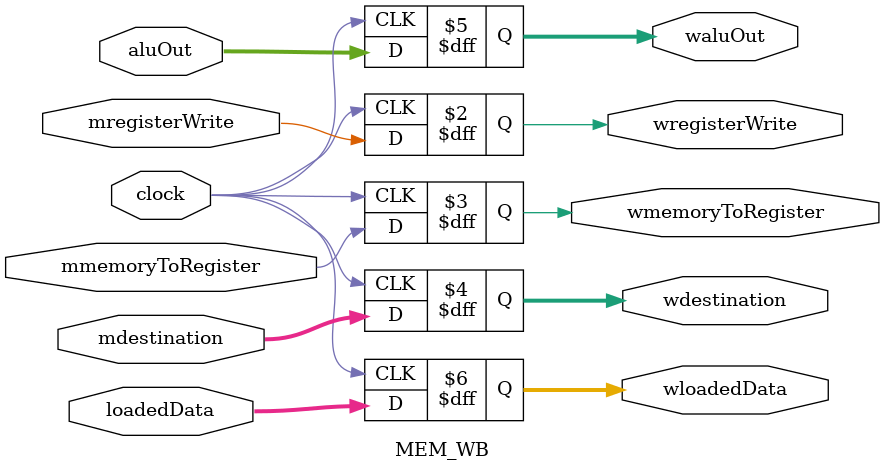
<source format=v>
`timescale 1ns / 1ps


module MEM_WB(
    // Inputs
    input clock,
    input mregisterWrite,
    input mmemoryToRegister,
    input [4:0] mdestination,
    input [31:0] aluOut,
    input [31:0] loadedData,
    // Outputs
    output reg wregisterWrite,
    output reg wmemoryToRegister,
    output reg [4:0] wdestination,
    output reg [31:0] waluOut,
    output reg [31:0] wloadedData
    );

    always @(posedge clock) begin
        // Assignments in register
        wregisterWrite <= mregisterWrite;
        wmemoryToRegister <= mmemoryToRegister;
        wdestination <= mdestination;
        waluOut <= aluOut;
        wloadedData <= loadedData;
    end
endmodule

</source>
